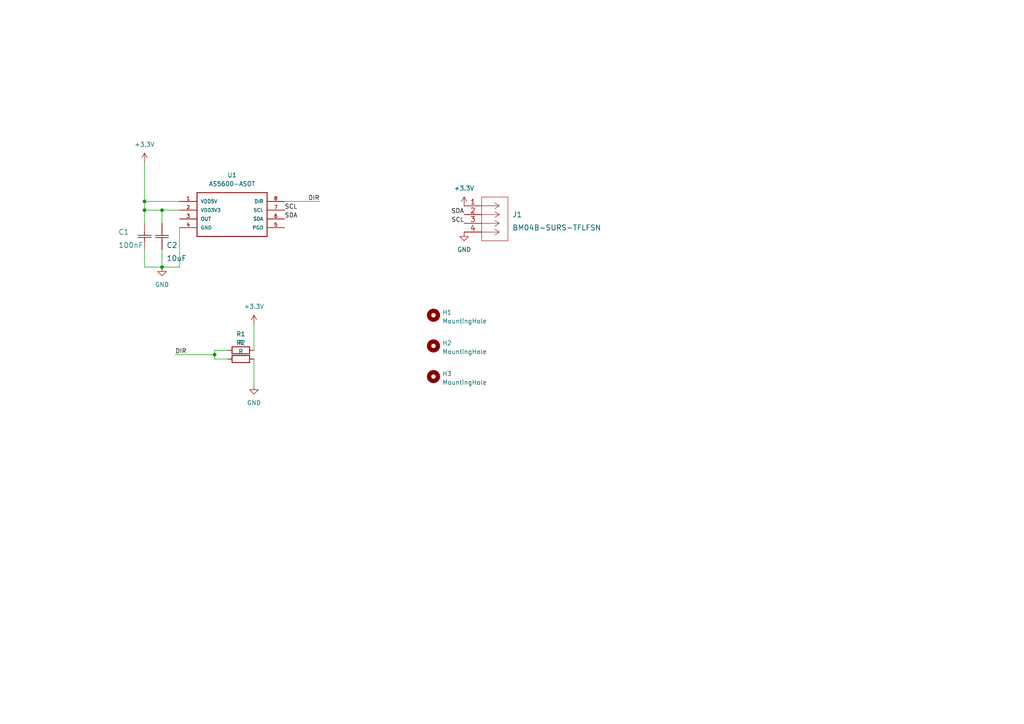
<source format=kicad_sch>
(kicad_sch (version 20211123) (generator eeschema)
  (paper "A4")
  (lib_symbols
    (symbol "AS5600:AS5600-ASOT" (pin_names (offset 1.016))
      (property "Reference" "U1" (at 15.24 7.62 0))
      (property "Value" "AS5600-ASOT" (at 15.24 5.08 0))
      (symbol "AS5600-ASOT_0_0"
        (polyline (pts (xy 5.08 2.54) (xy 5.08 -10.16)) (stroke (width 0.254)))
        (polyline (pts (xy 5.08 2.54) (xy 25.4 2.54)) (stroke (width 0.254)))
        (polyline (pts (xy 25.4 -10.16) (xy 5.08 -10.16)) (stroke (width 0.254)))
        (polyline (pts (xy 25.4 -10.16) (xy 25.4 2.54)) (stroke (width 0.254)))
        (pin bidirectional line (at 0 0 0) (length 5.08) (name "VDD5V") (number "1"))
        (pin bidirectional line (at 0 -2.54 0) (length 5.08) (name "VDD3V3") (number "2"))
        (pin bidirectional line (at 0 -5.08 0) (length 5.08) (name "OUT") (number "3"))
        (pin bidirectional line (at 0 -7.62 0) (length 5.08) (name "GND") (number "4"))
        (pin bidirectional line (at 30.48 -7.62 180) (length 5.08) (name "PGO") (number "5"))
        (pin bidirectional line (at 30.48 -5.08 180) (length 5.08) (name "SDA") (number "6"))
        (pin bidirectional line (at 30.48 -2.54 180) (length 5.08) (name "SCL") (number "7"))
        (pin bidirectional line (at 30.48 0 180) (length 5.08) (name "DIR") (number "8"))
      )
    )
    (symbol "BM04B-SURS-TF:BM04B-SURS-TFLFSN" (pin_names (offset 0.254) hide)
      (property "Reference" "J1" (at 13.97 -2.54 0))
      (property "Value" "BM04B-SURS-TFLFSN" (at 13.97 -6.35 0))
      (symbol "BM04B-SURS-TFLFSN_1_1"
        (polyline (pts (xy 5.08 -10.16) (xy 12.7 -10.16)) (stroke (width 0.127)))
        (polyline (pts (xy 5.08 2.54) (xy 5.08 -10.16)) (stroke (width 0.127)))
        (polyline (pts (xy 10.16 -7.62) (xy 5.08 -7.62)) (stroke (width 0.127)))
        (polyline (pts (xy 10.16 -7.62) (xy 8.89 -8.4582)) (stroke (width 0.127)))
        (polyline (pts (xy 10.16 -7.62) (xy 8.89 -6.7818)) (stroke (width 0.127)))
        (polyline (pts (xy 10.16 -5.08) (xy 5.08 -5.08)) (stroke (width 0.127)))
        (polyline (pts (xy 10.16 -5.08) (xy 8.89 -5.9182)) (stroke (width 0.127)))
        (polyline (pts (xy 10.16 -5.08) (xy 8.89 -4.2418)) (stroke (width 0.127)))
        (polyline (pts (xy 10.16 -2.54) (xy 5.08 -2.54)) (stroke (width 0.127)))
        (polyline (pts (xy 10.16 -2.54) (xy 8.89 -3.3782)) (stroke (width 0.127)))
        (polyline (pts (xy 10.16 -2.54) (xy 8.89 -1.7018)) (stroke (width 0.127)))
        (polyline (pts (xy 10.16 0) (xy 5.08 0)) (stroke (width 0.127)))
        (polyline (pts (xy 10.16 0) (xy 8.89 -0.8382)) (stroke (width 0.127)))
        (polyline (pts (xy 10.16 0) (xy 8.89 0.8382)) (stroke (width 0.127)))
        (polyline (pts (xy 12.7 -10.16) (xy 12.7 2.54)) (stroke (width 0.127)))
        (polyline (pts (xy 12.7 2.54) (xy 5.08 2.54)) (stroke (width 0.127)))
        (pin unspecified line (at 0 0 0) (length 5.08) (name "VDD") (number "1"))
        (pin unspecified line (at 0 -2.54 0) (length 5.08) (name "GND") (number "2"))
        (pin unspecified line (at 0 -5.08 0) (length 5.08) (name "SCL") (number "3"))
        (pin unspecified line (at 0 -7.62 0) (length 5.08) (name "SDA") (number "4"))
      )
    )
    (symbol "CAP_100nF_0603:06035C104JAT2A" (pin_numbers hide) (pin_names (offset 1.651) hide)
      (property "Reference" "C" (at 3.81 3.81 0))
      (property "Value" "06035C104JAT2A" (at 3.81 -7.62 0))
      (symbol "06035C104JAT2A_1_1"
        (polyline (pts (xy 2.54 0) (xy 3.4798 0)) (stroke (width 0.2032)))
        (polyline (pts (xy 3.4798 -1.905) (xy 3.4798 1.905)) (stroke (width 0.2032)))
        (polyline (pts (xy 4.1148 -1.905) (xy 4.1148 1.905)) (stroke (width 0.2032)))
        (polyline (pts (xy 4.1148 0) (xy 5.08 0)) (stroke (width 0.2032)))
        (pin unspecified line (at 0 0 0) (length 2.54) (name "~") (number "1"))
        (pin unspecified line (at 7.62 0 180) (length 2.54) (name "~") (number "2"))
      )
    )
    (symbol "CAP_10uF_0603:LMK107BBJ106MALT" (pin_numbers hide) (pin_names (offset 1.651) hide)
      (property "Reference" "C" (at 3.81 3.81 0))
      (property "Value" "LMK107BBJ106MALT" (at 3.81 -7.62 0))
      (symbol "LMK107BBJ106MALT_1_1"
        (polyline (pts (xy 2.54 0) (xy 3.4798 0)) (stroke (width 0.2032)))
        (polyline (pts (xy 3.4798 -1.905) (xy 3.4798 1.905)) (stroke (width 0.2032)))
        (polyline (pts (xy 4.1148 -1.905) (xy 4.1148 1.905)) (stroke (width 0.2032)))
        (polyline (pts (xy 4.1148 0) (xy 5.08 0)) (stroke (width 0.2032)))
        (pin unspecified line (at 0 0 0) (length 2.54) (name "1") (number "1"))
        (pin unspecified line (at 7.62 0 180) (length 2.54) (name "2") (number "2"))
      )
    )
    (symbol "Device:R" (pin_numbers hide) (pin_names (offset 0))
      (property "Reference" "R" (at 2.032 0 90))
      (property "Value" "R" (at 0 0 90))
      (symbol "R_0_1"
        (rectangle (start -1.016 -2.54) (end 1.016 2.54) (stroke (width 0.254)))
      )
      (symbol "R_1_1"
        (pin passive line (at 0 3.81 270) (length 1.27) (name "~") (number "1"))
        (pin passive line (at 0 -3.81 90) (length 1.27) (name "~") (number "2"))
      )
    )
    (symbol "Mechanical:MountingHole" (pin_names (offset 1.016))
      (property "Reference" "H" (at 0 5.08 0))
      (property "Value" "MountingHole" (at 0 3.175 0))
      (symbol "MountingHole_0_1"
        (circle (center 0 0) (radius 1.27) (stroke (width 1.27)))
      )
    )
    (symbol "power:+3.3V" (power) (pin_names (offset 0))
      (property "Value" "+3.3V" (at 0 3.556 0))
      (symbol "+3.3V_0_1"
        (polyline (pts (xy -0.762 1.27) (xy 0 2.54)))
        (polyline (pts (xy 0 0) (xy 0 2.54)))
        (polyline (pts (xy 0 2.54) (xy 0.762 1.27)))
      )
      (symbol "+3.3V_1_1"
        (pin power_in line (at 0 0 90) (length 0) hide (name "+3.3V") (number "1"))
      )
    )
    (symbol "power:GND" (power) (pin_names (offset 0))
      (property "Value" "GND" (at 0 -3.81 0))
      (symbol "GND_0_1"
        (polyline (pts (xy 0 0) (xy 0 -1.27) (xy 1.27 -1.27) (xy 0 -2.54) (xy -1.27 -1.27) (xy 0 -1.27)))
      )
      (symbol "GND_1_1"
        (pin power_in line (at 0 0 270) (length 0) hide (name "GND") (number "1"))
      )
    )
  )
  (junction (at 41.91 58.42))
  (junction (at 46.99 77.47))
  (junction (at 62.23 102.87))
  (junction (at 41.91 60.96))
  (junction (at 46.99 60.96))
  (wire (pts (xy 62.23 101.6) (xy 62.23 102.87)))
  (wire (pts (xy 82.55 58.42) (xy 92.71 58.42)))
  (wire (pts (xy 41.91 60.96) (xy 46.99 60.96)))
  (wire (pts (xy 41.91 58.42) (xy 52.07 58.42)))
  (wire (pts (xy 62.23 104.14) (xy 66.04 104.14)))
  (wire (pts (xy 73.66 104.14) (xy 73.66 111.76)))
  (wire (pts (xy 52.07 66.04) (xy 52.07 77.47)))
  (wire (pts (xy 41.91 72.39) (xy 41.91 77.47)))
  (wire (pts (xy 46.99 60.96) (xy 46.99 64.77)))
  (wire (pts (xy 41.91 60.96) (xy 41.91 64.77)))
  (wire (pts (xy 73.66 93.98) (xy 73.66 101.6)))
  (wire (pts (xy 46.99 72.39) (xy 46.99 77.47)))
  (wire (pts (xy 52.07 77.47) (xy 46.99 77.47)))
  (wire (pts (xy 41.91 77.47) (xy 46.99 77.47)))
  (wire (pts (xy 66.04 101.6) (xy 62.23 101.6)))
  (wire (pts (xy 41.91 58.42) (xy 41.91 60.96)))
  (wire (pts (xy 41.91 58.42) (xy 41.91 46.99)))
  (wire (pts (xy 46.99 60.96) (xy 52.07 60.96)))
  (wire (pts (xy 50.8 102.87) (xy 62.23 102.87)))
  (wire (pts (xy 62.23 102.87) (xy 62.23 104.14)))
  (label "SDA" (at 82.55 63.5 0))
  (label "SDA" (at 134.62 62.23 180))
  (label "DIR" (at 92.71 58.42 180))
  (label "SCL" (at 82.55 60.96 0))
  (label "DIR" (at 50.8 102.87 0))
  (label "SCL" (at 134.62 64.77 180))
  (symbol (lib_id "power:+3.3V") (at 134.62 59.69 0) (unit 1)
    (property "Reference" "#PWR0101" (effects hide))
    (property "Value" "+3.3V" (at 134.62 54.61 0))
  )
  (symbol (lib_id "AS5600:AS5600-ASOT") (at 52.07 58.42 0) (unit 1)
    (property "Reference" "U1" (at 67.31 50.8 0))
    (property "Value" "AS5600-ASOT" (at 67.31 53.34 0))
    (property "Footprint" "AS5600:SOIC127P600X175-8N" (effects hide))
    (property "HEIGHT" "1.75mm" (effects hide))
    (property "MOUSER_PART_NUMBER" "985-AS5600-ASOT" (effects hide))
    (property "ARROW_PRICE-STOCK" "https://www.arrow.com/en/products/as5600-asot/ams-ag?region=nac" (effects hide))
    (property "ARROW_PART_NUMBER" "AS5600-ASOT" (effects hide))
    (property "DESCRIPTION" "Board Mount Hall Effect / Magnetic Sensors AS5600 Magnetic Sensor 12-Bit" (effects hide))
    (property "MOUSER_PRICE-STOCK" "https://www.mouser.co.uk/ProductDetail/ams/AS5600-ASOT?qs=KTMMzrZdriGJpjhsnAEYBA%3D%3D" (effects hide))
    (property "MANUFACTURER_NAME" "ams" (effects hide))
    (property "MANUFACTURER_PART_NUMBER" "AS5600-ASOT" (effects hide))
  )
  (symbol (lib_id "Mechanical:MountingHole") (at 125.73 109.22 0) (unit 1)
    (property "Reference" "H3" (at 128.27 108.3853 0) (effects (justify left)))
    (property "Value" "MountingHole" (at 128.27 110.9222 0) (effects (justify left)))
    (property "Footprint" "MountingHole:MountingHole_2.7mm_M2.5_ISO7380" (effects hide))
  )
  (symbol (lib_id "power:GND") (at 46.99 77.47 0) (unit 1)
    (property "Reference" "#PWR02" (effects hide))
    (property "Value" "GND" (at 46.99 82.55 0))
  )
  (symbol (lib_id "power:+3.3V") (at 41.91 46.99 0) (unit 1)
    (property "Reference" "#PWR0104" (effects hide))
    (property "Value" "+3.3V" (at 41.91 41.91 0))
  )
  (symbol (lib_id "Device:R") (at 69.85 101.6 90) (unit 1)
    (property "Reference" "R1" (at 69.85 96.8842 90))
    (property "Value" "R" (at 69.85 99.4211 90))
    (property "Footprint" "Resistor_SMD:R_0603_1608Metric_Pad0.98x0.95mm_HandSolder" (effects hide))
  )
  (symbol (lib_id "Device:R") (at 69.85 104.14 90) (unit 1)
    (property "Reference" "R2" (at 69.85 99.4242 90))
    (property "Value" "R" (at 69.85 101.9611 90))
    (property "Footprint" "Resistor_SMD:R_0603_1608Metric_Pad0.98x0.95mm_HandSolder" (effects hide))
  )
  (symbol (lib_id "CAP_10uF_0603:LMK107BBJ106MALT") (at 46.99 72.39 90) (unit 1)
    (property "Reference" "C2" (at 48.26 71.12 90) (effects (font (size 1.524 1.524)) (justify right)))
    (property "Value" "10uF" (at 48.26 74.93 90) (effects (font (size 1.524 1.524)) (justify right)))
    (property "Footprint" "Capacitor_SMD:C_0603_1608Metric" (effects hide))
  )
  (symbol (lib_id "power:GND") (at 73.66 111.76 0) (unit 1)
    (property "Reference" "#PWR0103" (effects hide))
    (property "Value" "GND" (at 73.66 116.84 0))
  )
  (symbol (lib_id "BM04B-SURS-TF:BM04B-SURS-TFLFSN") (at 134.62 59.69 0) (unit 1)
    (property "Reference" "J1" (at 148.59 62.23 0) (effects (font (size 1.524 1.524)) (justify left)))
    (property "Value" "BM04B-SURS-TFLFSN" (at 148.59 66.04 0) (effects (font (size 1.524 1.524)) (justify left)))
    (property "Footprint" "BM04B:BM04B-SURS-TFLFSN" (effects hide))
  )
  (symbol (lib_id "Mechanical:MountingHole") (at 125.73 100.33 0) (unit 1)
    (property "Reference" "H2" (at 128.27 99.4953 0) (effects (justify left)))
    (property "Value" "MountingHole" (at 128.27 102.0322 0) (effects (justify left)))
    (property "Footprint" "MountingHole:MountingHole_2.7mm_M2.5_ISO7380" (effects hide))
  )
  (symbol (lib_id "Mechanical:MountingHole") (at 125.73 91.44 0) (unit 1)
    (property "Reference" "H1" (at 128.27 90.6053 0) (effects (justify left)))
    (property "Value" "MountingHole" (at 128.27 93.1422 0) (effects (justify left)))
    (property "Footprint" "MountingHole:MountingHole_2.7mm_M2.5_ISO7380" (effects hide))
  )
  (symbol (lib_id "power:+3.3V") (at 73.66 93.98 0) (unit 1)
    (property "Reference" "#PWR0102" (effects hide))
    (property "Value" "+3.3V" (at 73.66 88.9 0))
  )
  (symbol (lib_id "CAP_100nF_0603:06035C104JAT2A") (at 41.91 64.77 270) (unit 1)
    (property "Reference" "C1" (at 34.29 67.31 90) (effects (font (size 1.524 1.524)) (justify left)))
    (property "Value" "100nF" (at 34.29 71.12 90) (effects (font (size 1.524 1.524)) (justify left)))
    (property "Footprint" "Capacitor_SMD:C_0603_1608Metric" (effects hide))
  )
  (symbol (lib_id "power:GND") (at 134.62 67.31 0) (unit 1)
    (property "Reference" "#PWR04" (effects hide))
    (property "Value" "GND" (at 134.62 72.39 0))
  )
)
</source>
